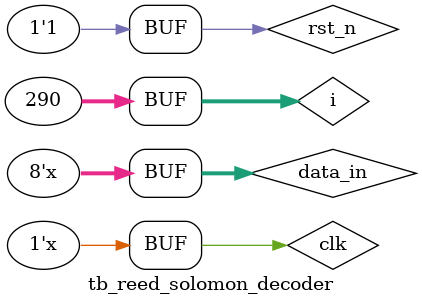
<source format=v>
`timescale 1ns / 1ps

module tb_reed_solomon_decoder(

    );
    reg         clk     ;
    reg         rst_n   ;
    reg  [7:0]  data_in ;
    wire [7:0]  encode_out;
    
    integer i;
    initial begin
        clk = 1'b1;
        rst_n <= 1'b0;
        data_in <= 8'b0;
    #20
        rst_n <= 1'b1;
        for(i=0;i<=289;i=i+1) begin
            #20
                data_in <= data_in + 8'd1;  //输入数据自增,作测试
        end
    end
    
    always #10 clk = ~clk;
    
    reed_solomon_decoder reed_solomon_decoder_inst(
        .clk         (clk       ), //时钟信号
        .rst_n       (rst_n     ), //复位信号
        .data_in     (data_in   ), //一个clk周期输入一个Symbol,本设计中假设一个Symbol = 8bit
                      
        .encode_out  (encode_out)  //输出的RS编码数据,一个clk周期输出一个Symbol
    );
endmodule

</source>
